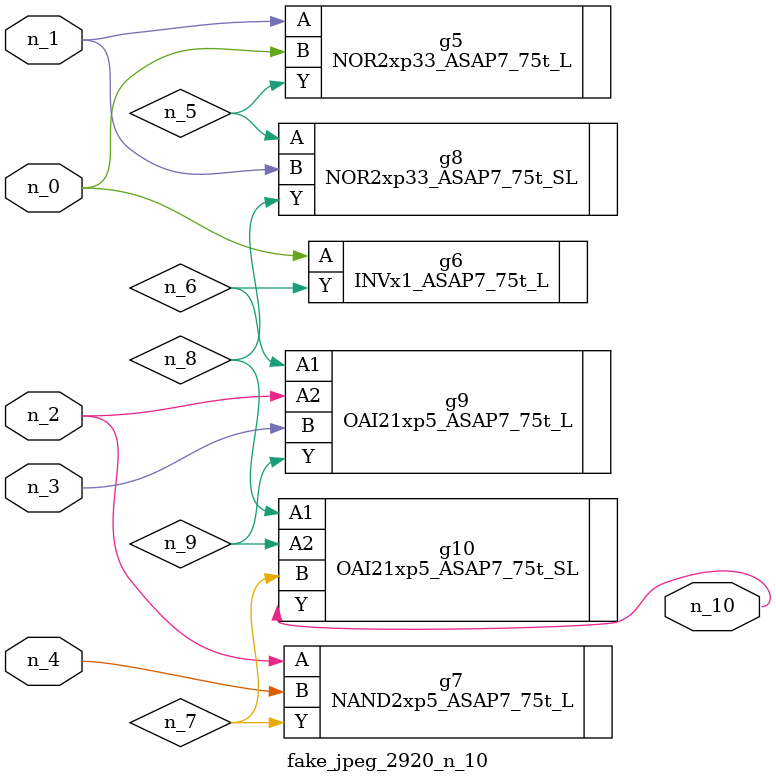
<source format=v>
module fake_jpeg_2920_n_10 (n_3, n_2, n_1, n_0, n_4, n_10);

input n_3;
input n_2;
input n_1;
input n_0;
input n_4;

output n_10;

wire n_8;
wire n_9;
wire n_6;
wire n_5;
wire n_7;

NOR2xp33_ASAP7_75t_L g5 ( 
.A(n_1),
.B(n_0),
.Y(n_5)
);

INVx1_ASAP7_75t_L g6 ( 
.A(n_0),
.Y(n_6)
);

NAND2xp5_ASAP7_75t_L g7 ( 
.A(n_2),
.B(n_4),
.Y(n_7)
);

NOR2xp33_ASAP7_75t_SL g8 ( 
.A(n_5),
.B(n_1),
.Y(n_8)
);

OAI21xp5_ASAP7_75t_SL g10 ( 
.A1(n_8),
.A2(n_9),
.B(n_7),
.Y(n_10)
);

OAI21xp5_ASAP7_75t_L g9 ( 
.A1(n_6),
.A2(n_2),
.B(n_3),
.Y(n_9)
);


endmodule
</source>
